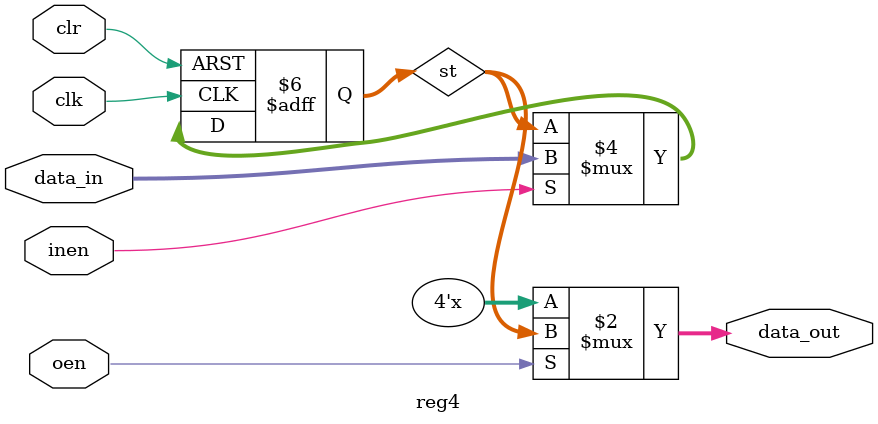
<source format=v>
module reg4(output [3:0] data_out, input [3:0] data_in, input inen, input oen, input clk, input clr);
    reg [3:0] st;

    always @(posedge clk, posedge clr) begin
        if(clr) st = 4'b0; //0000
        else if(inen) st = data_in;
        else st = st;
    end
    assign data_out = (oen)?st:4'bz;
endmodule
</source>
